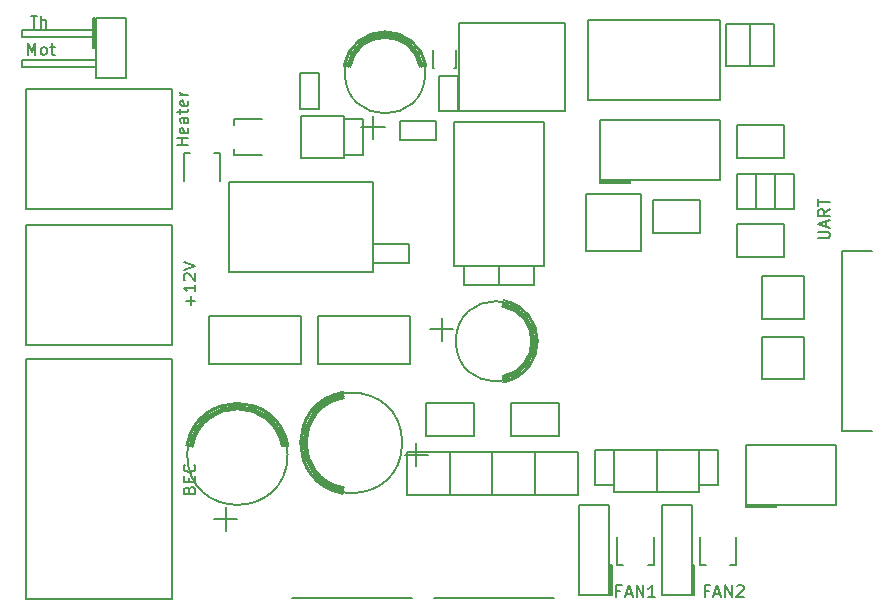
<source format=gto>
G04 This is an RS-274x file exported by *
G04 gerbv version 2.6.0 *
G04 More information is available about gerbv at *
G04 http://gerbv.gpleda.org/ *
G04 --End of header info--*
%MOIN*%
%FSLAX34Y34*%
%IPPOS*%
G04 --Define apertures--*
%ADD10C,0.0039*%
%ADD11C,0.0079*%
%ADD12C,0.0060*%
G04 --Start main section--*
G54D11*
G01X0019897Y-021084D02*
G01X0019897Y-020690D01*
G01X0019897Y-020690D02*
G01X0020028Y-020971D01*
G01X0020028Y-020971D02*
G01X0020159Y-020690D01*
G01X0020159Y-020690D02*
G01X0020159Y-021084D01*
G01X0020403Y-021084D02*
G01X0020366Y-021065D01*
G01X0020366Y-021065D02*
G01X0020347Y-021046D01*
G01X0020347Y-021046D02*
G01X0020328Y-021009D01*
G01X0020328Y-021009D02*
G01X0020328Y-020896D01*
G01X0020328Y-020896D02*
G01X0020347Y-020859D01*
G01X0020347Y-020859D02*
G01X0020366Y-020840D01*
G01X0020366Y-020840D02*
G01X0020403Y-020821D01*
G01X0020403Y-020821D02*
G01X0020459Y-020821D01*
G01X0020459Y-020821D02*
G01X0020497Y-020840D01*
G01X0020497Y-020840D02*
G01X0020516Y-020859D01*
G01X0020516Y-020859D02*
G01X0020534Y-020896D01*
G01X0020534Y-020896D02*
G01X0020534Y-021009D01*
G01X0020534Y-021009D02*
G01X0020516Y-021046D01*
G01X0020516Y-021046D02*
G01X0020497Y-021065D01*
G01X0020497Y-021065D02*
G01X0020459Y-021084D01*
G01X0020459Y-021084D02*
G01X0020403Y-021084D01*
G01X0020647Y-020821D02*
G01X0020797Y-020821D01*
G01X0020703Y-020690D02*
G01X0020703Y-021027D01*
G01X0020703Y-021027D02*
G01X0020722Y-021065D01*
G01X0020722Y-021065D02*
G01X0020759Y-021084D01*
G01X0020759Y-021084D02*
G01X0020797Y-021084D01*
G01X0019998Y-019784D02*
G01X0020223Y-019784D01*
G01X0020111Y-020178D02*
G01X0020111Y-019784D01*
G01X0020354Y-020178D02*
G01X0020354Y-019784D01*
G01X0020523Y-020178D02*
G01X0020523Y-019972D01*
G01X0020523Y-019972D02*
G01X0020504Y-019934D01*
G01X0020504Y-019934D02*
G01X0020467Y-019916D01*
G01X0020467Y-019916D02*
G01X0020411Y-019916D01*
G01X0020411Y-019916D02*
G01X0020373Y-019934D01*
G01X0020373Y-019934D02*
G01X0020354Y-019953D01*
G54D12*
G01X0034431Y-028750D02*
G01X0034431Y-028120D01*
G01X0034431Y-028120D02*
G01X0035612Y-028120D01*
G01X0035612Y-028120D02*
G01X0035612Y-028750D01*
G01X0035612Y-028750D02*
G01X0034431Y-028750D01*
G01X0036793Y-028120D02*
G01X0036793Y-028750D01*
G01X0036793Y-028750D02*
G01X0035612Y-028750D01*
G01X0035612Y-028750D02*
G01X0035612Y-028120D01*
G01X0035612Y-028120D02*
G01X0036793Y-028120D01*
G01X0034252Y-022953D02*
G01X0033622Y-022953D01*
G01X0033622Y-022953D02*
G01X0033622Y-021772D01*
G01X0033622Y-021772D02*
G01X0034252Y-021772D01*
G01X0034252Y-021772D02*
G01X0034252Y-022953D01*
G01X0034164Y-020906D02*
G01X0034164Y-021526D01*
G01X0034164Y-021526D02*
G01X0034126Y-021526D01*
G01X0033395Y-020906D02*
G01X0033395Y-021526D01*
G01X0033395Y-021526D02*
G01X0033433Y-021526D01*
G01X0032382Y-034016D02*
G75*
G03X0032382Y-034016I-001673J0000000D01*
G01X0030409Y-032315D02*
G75*
G03X0030409Y-035717I0000300J-001701D01*
G01X0030427Y-032421D02*
G75*
G03X0030428Y-035610I0000281J-001594D01*
G01X0030437Y-032474D02*
G75*
G03X0030437Y-035557I0000272J-001541D01*
G01X0030446Y-032527D02*
G75*
G03X0030446Y-035504I0000262J-001488D01*
G01X0033248Y-034409D02*
G01X0032461Y-034409D01*
G01X0032854Y-034803D02*
G01X0032854Y-034016D01*
G01X0028563Y-034409D02*
G75*
G03X0028563Y-034409I-001673J0000000D01*
G01X0028591Y-034110D02*
G75*
G03X0025189Y-034109I-001701J-000300D01*
G01X0028484Y-034128D02*
G75*
G03X0025295Y-034128I-001594J-000281D01*
G01X0028431Y-034138D02*
G75*
G03X0025348Y-034138I-001541J-000272D01*
G01X0028378Y-034147D02*
G75*
G03X0025402Y-034147I-001488J-000262D01*
G01X0026496Y-036949D02*
G01X0026496Y-036161D01*
G01X0026102Y-036555D02*
G01X0026890Y-036555D01*
G01X0033150Y-021693D02*
G75*
G03X0033150Y-021693I-001339J0000000D01*
G01X0033182Y-021451D02*
G75*
G03X0030440Y-021451I-001371J-000242D01*
G01X0033076Y-021470D02*
G75*
G03X0030546Y-021470I-001265J-000223D01*
G01X0033023Y-021479D02*
G75*
G03X0030599Y-021479I-001212J-000214D01*
G01X0032970Y-021489D02*
G75*
G03X0030652Y-021489I-001159J-000204D01*
G01X0031417Y-023898D02*
G01X0031417Y-023110D01*
G01X0031024Y-023504D02*
G01X0031811Y-023504D01*
G01X0044173Y-026220D02*
G01X0043543Y-026220D01*
G01X0043543Y-026220D02*
G01X0043543Y-025039D01*
G01X0043543Y-025039D02*
G01X0044173Y-025039D01*
G01X0044173Y-025039D02*
G01X0044173Y-026220D01*
G01X0036850Y-030630D02*
G75*
G03X0036850Y-030630I-001339J0000000D01*
G01X0035754Y-032001D02*
G75*
G03X0035754Y-029259I-000242J0001371D01*
G01X0035735Y-031895D02*
G75*
G03X0035735Y-029365I-000223J0001265D01*
G01X0035725Y-031842D02*
G75*
G03X0035726Y-029418I-000214J0001212D01*
G01X0035716Y-031789D02*
G75*
G03X0035716Y-029471I-000204J0001159D01*
G01X0033307Y-030236D02*
G01X0034094Y-030236D01*
G01X0033701Y-029843D02*
G01X0033701Y-030630D01*
G01X0028709Y-039189D02*
G01X0032709Y-039189D01*
G01X0033433Y-039189D02*
G01X0037433Y-039189D01*
G01X0019843Y-026213D02*
G01X0019843Y-022213D01*
G01X0019843Y-022213D02*
G01X0024724Y-022213D01*
G01X0024724Y-022213D02*
G01X0024724Y-026213D01*
G01X0024724Y-026213D02*
G01X0019843Y-026213D01*
G01X0019843Y-030740D02*
G01X0019843Y-026740D01*
G01X0019843Y-026740D02*
G01X0024724Y-026740D01*
G01X0024724Y-026740D02*
G01X0024724Y-030740D01*
G01X0024724Y-030740D02*
G01X0019843Y-030740D01*
G01X0019843Y-039236D02*
G01X0019843Y-031236D01*
G01X0019843Y-031236D02*
G01X0024724Y-031236D01*
G01X0024724Y-031236D02*
G01X0024724Y-039236D01*
G01X0024724Y-039236D02*
G01X0019843Y-039236D01*
G01X0039280Y-036098D02*
G01X0039280Y-039098D01*
G01X0039280Y-039098D02*
G01X0038280Y-039098D01*
G01X0038280Y-039098D02*
G01X0038280Y-036098D01*
G01X0038280Y-036098D02*
G01X0039280Y-036098D01*
G01X0039370Y-038098D02*
G01X0039370Y-039098D01*
G01X0039370Y-039098D02*
G01X0039309Y-039098D01*
G01X0039309Y-039098D02*
G01X0039309Y-038098D01*
G01X0039309Y-038098D02*
G01X0039370Y-038098D01*
G01X0042035Y-036098D02*
G01X0042035Y-039098D01*
G01X0042035Y-039098D02*
G01X0041035Y-039098D01*
G01X0041035Y-039098D02*
G01X0041035Y-036098D01*
G01X0041035Y-036098D02*
G01X0042035Y-036098D01*
G01X0042126Y-038098D02*
G01X0042126Y-039098D01*
G01X0042126Y-039098D02*
G01X0042065Y-039098D01*
G01X0042065Y-039098D02*
G01X0042065Y-038098D01*
G01X0042065Y-038098D02*
G01X0042126Y-038098D01*
G01X0048031Y-033626D02*
G01X0047047Y-033626D01*
G01X0047047Y-033626D02*
G01X0047047Y-027626D01*
G01X0047047Y-027626D02*
G01X0048031Y-027626D01*
G01X0046854Y-036079D02*
G01X0043854Y-036079D01*
G01X0043854Y-036079D02*
G01X0043854Y-034079D01*
G01X0043854Y-034079D02*
G01X0046854Y-034079D01*
G01X0046854Y-034079D02*
G01X0046854Y-036079D01*
G01X0044854Y-036169D02*
G01X0043854Y-036169D01*
G01X0043854Y-036169D02*
G01X0043854Y-036109D01*
G01X0043854Y-036109D02*
G01X0044854Y-036109D01*
G01X0044854Y-036109D02*
G01X0044854Y-036169D01*
G01X0032559Y-035748D02*
G01X0032559Y-034331D01*
G01X0032559Y-034331D02*
G01X0033976Y-034331D01*
G01X0033976Y-034331D02*
G01X0033976Y-035748D01*
G01X0033976Y-035748D02*
G01X0032559Y-035748D01*
G01X0035394Y-035748D02*
G01X0035394Y-034331D01*
G01X0035394Y-034331D02*
G01X0036811Y-034331D01*
G01X0036811Y-034331D02*
G01X0036811Y-035748D01*
G01X0036811Y-035748D02*
G01X0035394Y-035748D01*
G01X0033976Y-035748D02*
G01X0033976Y-034331D01*
G01X0033976Y-034331D02*
G01X0035394Y-034331D01*
G01X0035394Y-034331D02*
G01X0035394Y-035748D01*
G01X0035394Y-035748D02*
G01X0033976Y-035748D01*
G01X0036811Y-035748D02*
G01X0036811Y-034331D01*
G01X0036811Y-034331D02*
G01X0038228Y-034331D01*
G01X0038228Y-034331D02*
G01X0038228Y-035748D01*
G01X0038228Y-035748D02*
G01X0036811Y-035748D01*
G01X0025104Y-025276D02*
G01X0025104Y-024340D01*
G01X0025104Y-024340D02*
G01X0025303Y-024340D01*
G01X0026313Y-025276D02*
G01X0026313Y-024340D01*
G01X0026313Y-024340D02*
G01X0026115Y-024340D01*
G01X0027717Y-024424D02*
G01X0026781Y-024424D01*
G01X0026781Y-024424D02*
G01X0026781Y-024225D01*
G01X0027717Y-023214D02*
G01X0026781Y-023214D01*
G01X0026781Y-023214D02*
G01X0026781Y-023413D01*
G01X0040762Y-037165D02*
G01X0040762Y-038101D01*
G01X0040762Y-038101D02*
G01X0040563Y-038101D01*
G01X0039553Y-037165D02*
G01X0039553Y-038101D01*
G01X0039553Y-038101D02*
G01X0039752Y-038101D01*
G01X0043518Y-037165D02*
G01X0043518Y-038101D01*
G01X0043518Y-038101D02*
G01X0043319Y-038101D01*
G01X0042309Y-037165D02*
G01X0042309Y-038101D01*
G01X0042309Y-038101D02*
G01X0042507Y-038101D01*
G01X0044370Y-031890D02*
G01X0044370Y-030472D01*
G01X0044370Y-030472D02*
G01X0045787Y-030472D01*
G01X0045787Y-030472D02*
G01X0045787Y-031890D01*
G01X0045787Y-031890D02*
G01X0044370Y-031890D01*
G01X0044370Y-029882D02*
G01X0044370Y-028465D01*
G01X0044370Y-028465D02*
G01X0045787Y-028465D01*
G01X0045787Y-028465D02*
G01X0045787Y-029882D01*
G01X0045787Y-029882D02*
G01X0044370Y-029882D01*
G01X0043189Y-020039D02*
G01X0043976Y-020039D01*
G01X0043976Y-020039D02*
G01X0043976Y-021457D01*
G01X0043976Y-021457D02*
G01X0043189Y-021457D01*
G01X0043189Y-021457D02*
G01X0043189Y-020039D01*
G01X0043976Y-020039D02*
G01X0044764Y-020039D01*
G01X0044764Y-020039D02*
G01X0044764Y-021457D01*
G01X0044764Y-021457D02*
G01X0043976Y-021457D01*
G01X0043976Y-021457D02*
G01X0043976Y-020039D01*
G01X0040335Y-025716D02*
G01X0040335Y-027605D01*
G01X0040335Y-027605D02*
G01X0038523Y-027605D01*
G01X0038523Y-027605D02*
G01X0038523Y-025716D01*
G01X0038523Y-025716D02*
G01X0040335Y-025716D01*
G01X0032598Y-027402D02*
G01X0032598Y-028031D01*
G01X0032598Y-028031D02*
G01X0031417Y-028031D01*
G01X0031417Y-028031D02*
G01X0031417Y-027402D01*
G01X0031417Y-027402D02*
G01X0032598Y-027402D01*
G01X0030443Y-023228D02*
G01X0031073Y-023228D01*
G01X0031073Y-023228D02*
G01X0031073Y-024409D01*
G01X0031073Y-024409D02*
G01X0030443Y-024409D01*
G01X0030443Y-024409D02*
G01X0030443Y-023228D01*
G01X0038819Y-034252D02*
G01X0039449Y-034252D01*
G01X0039449Y-034252D02*
G01X0039449Y-035433D01*
G01X0039449Y-035433D02*
G01X0038819Y-035433D01*
G01X0038819Y-035433D02*
G01X0038819Y-034252D01*
G01X0042283Y-034252D02*
G01X0042913Y-034252D01*
G01X0042913Y-034252D02*
G01X0042913Y-035433D01*
G01X0042913Y-035433D02*
G01X0042283Y-035433D01*
G01X0042283Y-035433D02*
G01X0042283Y-034252D01*
G01X0029567Y-031378D02*
G01X0029567Y-029803D01*
G01X0029567Y-029803D02*
G01X0032638Y-029803D01*
G01X0032638Y-029803D02*
G01X0032638Y-031378D01*
G01X0032638Y-031378D02*
G01X0029567Y-031378D01*
G01X0025945Y-031378D02*
G01X0025945Y-029803D01*
G01X0025945Y-029803D02*
G01X0029016Y-029803D01*
G01X0029016Y-029803D02*
G01X0029016Y-031378D01*
G01X0029016Y-031378D02*
G01X0025945Y-031378D01*
G01X0044803Y-026220D02*
G01X0044173Y-026220D01*
G01X0044173Y-026220D02*
G01X0044173Y-025039D01*
G01X0044173Y-025039D02*
G01X0044803Y-025039D01*
G01X0044803Y-025039D02*
G01X0044803Y-026220D01*
G01X0045433Y-026220D02*
G01X0044803Y-026220D01*
G01X0044803Y-026220D02*
G01X0044803Y-025039D01*
G01X0044803Y-025039D02*
G01X0045433Y-025039D01*
G01X0045433Y-025039D02*
G01X0045433Y-026220D01*
G01X0034764Y-032677D02*
G01X0034764Y-033780D01*
G01X0034764Y-033780D02*
G01X0033189Y-033780D01*
G01X0033189Y-033780D02*
G01X0033189Y-032677D01*
G01X0033189Y-032677D02*
G01X0034764Y-032677D01*
G01X0037598Y-032677D02*
G01X0037598Y-033780D01*
G01X0037598Y-033780D02*
G01X0036024Y-033780D01*
G01X0036024Y-033780D02*
G01X0036024Y-032677D01*
G01X0036024Y-032677D02*
G01X0037598Y-032677D01*
G01X0040748Y-027037D02*
G01X0040748Y-025935D01*
G01X0040748Y-025935D02*
G01X0042323Y-025935D01*
G01X0042323Y-025935D02*
G01X0042323Y-027037D01*
G01X0042323Y-027037D02*
G01X0040748Y-027037D01*
G01X0043543Y-027835D02*
G01X0043543Y-026732D01*
G01X0043543Y-026732D02*
G01X0045118Y-026732D01*
G01X0045118Y-026732D02*
G01X0045118Y-027835D01*
G01X0045118Y-027835D02*
G01X0043543Y-027835D01*
G01X0043543Y-024528D02*
G01X0043543Y-023425D01*
G01X0043543Y-023425D02*
G01X0045118Y-023425D01*
G01X0045118Y-023425D02*
G01X0045118Y-024528D01*
G01X0045118Y-024528D02*
G01X0043543Y-024528D01*
G01X0038583Y-019921D02*
G01X0042992Y-019921D01*
G01X0042992Y-019921D02*
G01X0042992Y-022598D01*
G01X0042992Y-022598D02*
G01X0038583Y-022598D01*
G01X0038583Y-022598D02*
G01X0038583Y-019921D01*
G01X0031417Y-028307D02*
G01X0026614Y-028307D01*
G01X0026614Y-028307D02*
G01X0026614Y-025315D01*
G01X0026614Y-025315D02*
G01X0031417Y-025315D01*
G01X0031417Y-025315D02*
G01X0031417Y-028307D01*
G01X0030433Y-024528D02*
G01X0029016Y-024528D01*
G01X0029016Y-024528D02*
G01X0029016Y-023110D01*
G01X0029016Y-023110D02*
G01X0030433Y-023110D01*
G01X0030433Y-023110D02*
G01X0030433Y-024528D01*
G01X0040866Y-034252D02*
G01X0040866Y-035669D01*
G01X0040866Y-035669D02*
G01X0039449Y-035669D01*
G01X0039449Y-035669D02*
G01X0039449Y-034252D01*
G01X0039449Y-034252D02*
G01X0040866Y-034252D01*
G01X0042283Y-034252D02*
G01X0042283Y-035669D01*
G01X0042283Y-035669D02*
G01X0040866Y-035669D01*
G01X0040866Y-035669D02*
G01X0040866Y-034252D01*
G01X0040866Y-034252D02*
G01X0042283Y-034252D01*
G01X0034116Y-028120D02*
G01X0034116Y-023317D01*
G01X0034116Y-023317D02*
G01X0037108Y-023317D01*
G01X0037108Y-023317D02*
G01X0037108Y-028120D01*
G01X0037108Y-028120D02*
G01X0034116Y-028120D01*
G01X0042984Y-025252D02*
G01X0038984Y-025252D01*
G01X0038984Y-025252D02*
G01X0038984Y-023252D01*
G01X0038984Y-023252D02*
G01X0042984Y-023252D01*
G01X0042984Y-023252D02*
G01X0042984Y-025252D01*
G01X0039984Y-025342D02*
G01X0038984Y-025342D01*
G01X0038984Y-025342D02*
G01X0038984Y-025282D01*
G01X0038984Y-025282D02*
G01X0039984Y-025282D01*
G01X0039984Y-025282D02*
G01X0039984Y-025342D01*
G01X0034266Y-020025D02*
G01X0037809Y-020025D01*
G01X0037809Y-020025D02*
G01X0037809Y-022939D01*
G01X0037809Y-022939D02*
G01X0034266Y-022939D01*
G01X0034266Y-022939D02*
G01X0034266Y-020025D01*
G01X0022177Y-021866D02*
G01X0022177Y-019866D01*
G01X0022177Y-019866D02*
G01X0023161Y-019866D01*
G01X0023161Y-019866D02*
G01X0023161Y-021866D01*
G01X0023161Y-021866D02*
G01X0022177Y-021866D01*
G01X0019717Y-020492D02*
G01X0019717Y-020240D01*
G01X0019717Y-020240D02*
G01X0022177Y-020240D01*
G01X0022177Y-020240D02*
G01X0022177Y-020492D01*
G01X0022177Y-020492D02*
G01X0019717Y-020492D01*
G01X0019717Y-021492D02*
G01X0019717Y-021240D01*
G01X0019717Y-021240D02*
G01X0022177Y-021240D01*
G01X0022177Y-021240D02*
G01X0022177Y-021492D01*
G01X0022177Y-021492D02*
G01X0019717Y-021492D01*
G01X0022087Y-020866D02*
G01X0022087Y-019866D01*
G01X0022087Y-019866D02*
G01X0022147Y-019866D01*
G01X0022147Y-019866D02*
G01X0022147Y-020866D01*
G01X0022147Y-020866D02*
G01X0022087Y-020866D01*
G01X0029606Y-022874D02*
G01X0028976Y-022874D01*
G01X0028976Y-022874D02*
G01X0028976Y-021693D01*
G01X0028976Y-021693D02*
G01X0029606Y-021693D01*
G01X0029606Y-021693D02*
G01X0029606Y-022874D01*
G01X0033504Y-023287D02*
G01X0033504Y-023917D01*
G01X0033504Y-023917D02*
G01X0032323Y-023917D01*
G01X0032323Y-023917D02*
G01X0032323Y-023287D01*
G01X0032323Y-023287D02*
G01X0033504Y-023287D01*
G01X0025257Y-024091D02*
G01X0024863Y-024091D01*
G01X0025051Y-024091D02*
G01X0025051Y-023866D01*
G01X0025257Y-023866D02*
G01X0024863Y-023866D01*
G01X0025238Y-023528D02*
G01X0025257Y-023566D01*
G01X0025257Y-023566D02*
G01X0025257Y-023641D01*
G01X0025257Y-023641D02*
G01X0025238Y-023678D01*
G01X0025238Y-023678D02*
G01X0025201Y-023697D01*
G01X0025201Y-023697D02*
G01X0025051Y-023697D01*
G01X0025051Y-023697D02*
G01X0025013Y-023678D01*
G01X0025013Y-023678D02*
G01X0024994Y-023641D01*
G01X0024994Y-023641D02*
G01X0024994Y-023566D01*
G01X0024994Y-023566D02*
G01X0025013Y-023528D01*
G01X0025013Y-023528D02*
G01X0025051Y-023510D01*
G01X0025051Y-023510D02*
G01X0025088Y-023510D01*
G01X0025088Y-023510D02*
G01X0025126Y-023697D01*
G01X0025257Y-023172D02*
G01X0025051Y-023172D01*
G01X0025051Y-023172D02*
G01X0025013Y-023191D01*
G01X0025013Y-023191D02*
G01X0024994Y-023228D01*
G01X0024994Y-023228D02*
G01X0024994Y-023303D01*
G01X0024994Y-023303D02*
G01X0025013Y-023341D01*
G01X0025238Y-023172D02*
G01X0025257Y-023210D01*
G01X0025257Y-023210D02*
G01X0025257Y-023303D01*
G01X0025257Y-023303D02*
G01X0025238Y-023341D01*
G01X0025238Y-023341D02*
G01X0025201Y-023360D01*
G01X0025201Y-023360D02*
G01X0025163Y-023360D01*
G01X0025163Y-023360D02*
G01X0025126Y-023341D01*
G01X0025126Y-023341D02*
G01X0025107Y-023303D01*
G01X0025107Y-023303D02*
G01X0025107Y-023210D01*
G01X0025107Y-023210D02*
G01X0025088Y-023172D01*
G01X0024994Y-023041D02*
G01X0024994Y-022891D01*
G01X0024863Y-022985D02*
G01X0025201Y-022985D01*
G01X0025201Y-022985D02*
G01X0025238Y-022966D01*
G01X0025238Y-022966D02*
G01X0025257Y-022928D01*
G01X0025257Y-022928D02*
G01X0025257Y-022891D01*
G01X0025238Y-022610D02*
G01X0025257Y-022647D01*
G01X0025257Y-022647D02*
G01X0025257Y-022722D01*
G01X0025257Y-022722D02*
G01X0025238Y-022760D01*
G01X0025238Y-022760D02*
G01X0025201Y-022778D01*
G01X0025201Y-022778D02*
G01X0025051Y-022778D01*
G01X0025051Y-022778D02*
G01X0025013Y-022760D01*
G01X0025013Y-022760D02*
G01X0024994Y-022722D01*
G01X0024994Y-022722D02*
G01X0024994Y-022647D01*
G01X0024994Y-022647D02*
G01X0025013Y-022610D01*
G01X0025013Y-022610D02*
G01X0025051Y-022591D01*
G01X0025051Y-022591D02*
G01X0025088Y-022591D01*
G01X0025088Y-022591D02*
G01X0025126Y-022778D01*
G01X0025257Y-022422D02*
G01X0024994Y-022422D01*
G01X0025069Y-022422D02*
G01X0025032Y-022403D01*
G01X0025032Y-022403D02*
G01X0025013Y-022385D01*
G01X0025013Y-022385D02*
G01X0024994Y-022347D01*
G01X0024994Y-022347D02*
G01X0024994Y-022310D01*
G01X0025343Y-029434D02*
G01X0025343Y-029134D01*
G01X0025493Y-029284D02*
G01X0025193Y-029284D01*
G01X0025493Y-028740D02*
G01X0025493Y-028965D01*
G01X0025493Y-028853D02*
G01X0025099Y-028853D01*
G01X0025099Y-028853D02*
G01X0025156Y-028890D01*
G01X0025156Y-028890D02*
G01X0025193Y-028928D01*
G01X0025193Y-028928D02*
G01X0025212Y-028965D01*
G01X0025137Y-028590D02*
G01X0025118Y-028571D01*
G01X0025118Y-028571D02*
G01X0025099Y-028534D01*
G01X0025099Y-028534D02*
G01X0025099Y-028440D01*
G01X0025099Y-028440D02*
G01X0025118Y-028403D01*
G01X0025118Y-028403D02*
G01X0025137Y-028384D01*
G01X0025137Y-028384D02*
G01X0025174Y-028365D01*
G01X0025174Y-028365D02*
G01X0025212Y-028365D01*
G01X0025212Y-028365D02*
G01X0025268Y-028384D01*
G01X0025268Y-028384D02*
G01X0025493Y-028609D01*
G01X0025493Y-028609D02*
G01X0025493Y-028365D01*
G01X0025099Y-028253D02*
G01X0025493Y-028121D01*
G01X0025493Y-028121D02*
G01X0025099Y-027990D01*
G01X0025287Y-035583D02*
G01X0025306Y-035527D01*
G01X0025306Y-035527D02*
G01X0025324Y-035508D01*
G01X0025324Y-035508D02*
G01X0025362Y-035489D01*
G01X0025362Y-035489D02*
G01X0025418Y-035489D01*
G01X0025418Y-035489D02*
G01X0025456Y-035508D01*
G01X0025456Y-035508D02*
G01X0025474Y-035527D01*
G01X0025474Y-035527D02*
G01X0025493Y-035564D01*
G01X0025493Y-035564D02*
G01X0025493Y-035714D01*
G01X0025493Y-035714D02*
G01X0025099Y-035714D01*
G01X0025099Y-035714D02*
G01X0025099Y-035583D01*
G01X0025099Y-035583D02*
G01X0025118Y-035546D01*
G01X0025118Y-035546D02*
G01X0025137Y-035527D01*
G01X0025137Y-035527D02*
G01X0025174Y-035508D01*
G01X0025174Y-035508D02*
G01X0025212Y-035508D01*
G01X0025212Y-035508D02*
G01X0025249Y-035527D01*
G01X0025249Y-035527D02*
G01X0025268Y-035546D01*
G01X0025268Y-035546D02*
G01X0025287Y-035583D01*
G01X0025287Y-035583D02*
G01X0025287Y-035714D01*
G01X0025287Y-035321D02*
G01X0025287Y-035189D01*
G01X0025493Y-035133D02*
G01X0025493Y-035321D01*
G01X0025493Y-035321D02*
G01X0025099Y-035321D01*
G01X0025099Y-035321D02*
G01X0025099Y-035133D01*
G01X0025456Y-034739D02*
G01X0025474Y-034758D01*
G01X0025474Y-034758D02*
G01X0025493Y-034814D01*
G01X0025493Y-034814D02*
G01X0025493Y-034852D01*
G01X0025493Y-034852D02*
G01X0025474Y-034908D01*
G01X0025474Y-034908D02*
G01X0025437Y-034946D01*
G01X0025437Y-034946D02*
G01X0025399Y-034964D01*
G01X0025399Y-034964D02*
G01X0025324Y-034983D01*
G01X0025324Y-034983D02*
G01X0025268Y-034983D01*
G01X0025268Y-034983D02*
G01X0025193Y-034964D01*
G01X0025193Y-034964D02*
G01X0025156Y-034946D01*
G01X0025156Y-034946D02*
G01X0025118Y-034908D01*
G01X0025118Y-034908D02*
G01X0025099Y-034852D01*
G01X0025099Y-034852D02*
G01X0025099Y-034814D01*
G01X0025099Y-034814D02*
G01X0025118Y-034758D01*
G01X0025118Y-034758D02*
G01X0025137Y-034739D01*
G01X0039651Y-038948D02*
G01X0039520Y-038948D01*
G01X0039520Y-039154D02*
G01X0039520Y-038761D01*
G01X0039520Y-038761D02*
G01X0039708Y-038761D01*
G01X0039839Y-039042D02*
G01X0040026Y-039042D01*
G01X0039801Y-039154D02*
G01X0039933Y-038761D01*
G01X0039933Y-038761D02*
G01X0040064Y-039154D01*
G01X0040195Y-039154D02*
G01X0040195Y-038761D01*
G01X0040195Y-038761D02*
G01X0040420Y-039154D01*
G01X0040420Y-039154D02*
G01X0040420Y-038761D01*
G01X0040814Y-039154D02*
G01X0040589Y-039154D01*
G01X0040701Y-039154D02*
G01X0040701Y-038761D01*
G01X0040701Y-038761D02*
G01X0040664Y-038817D01*
G01X0040664Y-038817D02*
G01X0040626Y-038855D01*
G01X0040626Y-038855D02*
G01X0040589Y-038873D01*
G01X0042604Y-038948D02*
G01X0042473Y-038948D01*
G01X0042473Y-039154D02*
G01X0042473Y-038761D01*
G01X0042473Y-038761D02*
G01X0042660Y-038761D01*
G01X0042792Y-039042D02*
G01X0042979Y-039042D01*
G01X0042754Y-039154D02*
G01X0042885Y-038761D01*
G01X0042885Y-038761D02*
G01X0043016Y-039154D01*
G01X0043148Y-039154D02*
G01X0043148Y-038761D01*
G01X0043148Y-038761D02*
G01X0043373Y-039154D01*
G01X0043373Y-039154D02*
G01X0043373Y-038761D01*
G01X0043541Y-038798D02*
G01X0043560Y-038780D01*
G01X0043560Y-038780D02*
G01X0043598Y-038761D01*
G01X0043598Y-038761D02*
G01X0043691Y-038761D01*
G01X0043691Y-038761D02*
G01X0043729Y-038780D01*
G01X0043729Y-038780D02*
G01X0043748Y-038798D01*
G01X0043748Y-038798D02*
G01X0043766Y-038836D01*
G01X0043766Y-038836D02*
G01X0043766Y-038873D01*
G01X0043766Y-038873D02*
G01X0043748Y-038930D01*
G01X0043748Y-038930D02*
G01X0043523Y-039154D01*
G01X0043523Y-039154D02*
G01X0043766Y-039154D01*
G01X0046241Y-027203D02*
G01X0046560Y-027203D01*
G01X0046560Y-027203D02*
G01X0046597Y-027184D01*
G01X0046597Y-027184D02*
G01X0046616Y-027165D01*
G01X0046616Y-027165D02*
G01X0046635Y-027128D01*
G01X0046635Y-027128D02*
G01X0046635Y-027053D01*
G01X0046635Y-027053D02*
G01X0046616Y-027015D01*
G01X0046616Y-027015D02*
G01X0046597Y-026997D01*
G01X0046597Y-026997D02*
G01X0046560Y-026978D01*
G01X0046560Y-026978D02*
G01X0046241Y-026978D01*
G01X0046522Y-026809D02*
G01X0046522Y-026622D01*
G01X0046635Y-026847D02*
G01X0046241Y-026715D01*
G01X0046241Y-026715D02*
G01X0046635Y-026584D01*
G01X0046635Y-026228D02*
G01X0046447Y-026359D01*
G01X0046635Y-026453D02*
G01X0046241Y-026453D01*
G01X0046241Y-026453D02*
G01X0046241Y-026303D01*
G01X0046241Y-026303D02*
G01X0046260Y-026265D01*
G01X0046260Y-026265D02*
G01X0046279Y-026247D01*
G01X0046279Y-026247D02*
G01X0046316Y-026228D01*
G01X0046316Y-026228D02*
G01X0046372Y-026228D01*
G01X0046372Y-026228D02*
G01X0046410Y-026247D01*
G01X0046410Y-026247D02*
G01X0046429Y-026265D01*
G01X0046429Y-026265D02*
G01X0046447Y-026303D01*
G01X0046447Y-026303D02*
G01X0046447Y-026453D01*
G01X0046241Y-026115D02*
G01X0046241Y-025891D01*
G01X0046635Y-026003D02*
G01X0046241Y-026003D01*
M02*

</source>
